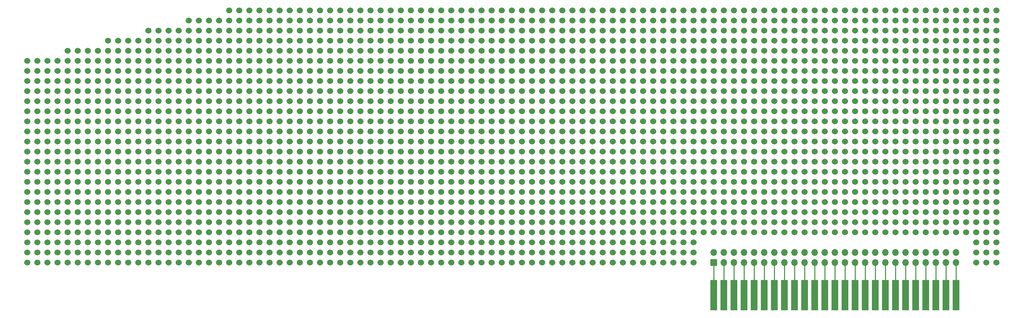
<source format=gtl>
G04 #@! TF.FileFunction,Copper,L1,Top,Signal*
%FSLAX46Y46*%
G04 Gerber Fmt 4.6, Leading zero omitted, Abs format (unit mm)*
G04 Created by KiCad (PCBNEW 4.0.7) date 08/21/19 17:34:07*
%MOMM*%
%LPD*%
G01*
G04 APERTURE LIST*
%ADD10C,0.100000*%
%ADD11C,1.524000*%
%ADD12R,1.778000X7.620000*%
%ADD13R,1.700000X1.700000*%
%ADD14O,1.700000X1.700000*%
%ADD15C,0.250000*%
G04 APERTURE END LIST*
D10*
D11*
X174625000Y-128905000D03*
X174625000Y-126365000D03*
X174625000Y-123825000D03*
X174625000Y-121285000D03*
X174625000Y-118745000D03*
X174625000Y-116205000D03*
X174625000Y-113665000D03*
X174625000Y-111125000D03*
X174625000Y-108585000D03*
X174625000Y-106045000D03*
X174625000Y-103505000D03*
X174625000Y-100965000D03*
X174625000Y-98425000D03*
X174625000Y-95885000D03*
X174625000Y-93345000D03*
X174625000Y-90805000D03*
X174625000Y-88265000D03*
X174625000Y-85725000D03*
X174625000Y-83185000D03*
X174625000Y-80645000D03*
X174625000Y-78105000D03*
X174625000Y-75565000D03*
X174625000Y-73025000D03*
X174625000Y-70485000D03*
X174625000Y-67945000D03*
X174625000Y-65405000D03*
X179705000Y-128905000D03*
X179705000Y-126365000D03*
X179705000Y-123825000D03*
X179705000Y-121285000D03*
X179705000Y-118745000D03*
X179705000Y-116205000D03*
X179705000Y-113665000D03*
X179705000Y-111125000D03*
X179705000Y-108585000D03*
X179705000Y-106045000D03*
X179705000Y-103505000D03*
X179705000Y-100965000D03*
X179705000Y-98425000D03*
X179705000Y-95885000D03*
X179705000Y-93345000D03*
X179705000Y-90805000D03*
X179705000Y-88265000D03*
X179705000Y-85725000D03*
X179705000Y-83185000D03*
X179705000Y-80645000D03*
X179705000Y-78105000D03*
X179705000Y-75565000D03*
X179705000Y-73025000D03*
X179705000Y-70485000D03*
X179705000Y-67945000D03*
X179705000Y-65405000D03*
X182245000Y-128905000D03*
X182245000Y-126365000D03*
X182245000Y-123825000D03*
X182245000Y-121285000D03*
X182245000Y-118745000D03*
X182245000Y-116205000D03*
X182245000Y-113665000D03*
X182245000Y-111125000D03*
X182245000Y-108585000D03*
X182245000Y-106045000D03*
X182245000Y-103505000D03*
X182245000Y-100965000D03*
X182245000Y-98425000D03*
X182245000Y-95885000D03*
X182245000Y-93345000D03*
X182245000Y-90805000D03*
X182245000Y-88265000D03*
X182245000Y-85725000D03*
X182245000Y-83185000D03*
X182245000Y-80645000D03*
X182245000Y-78105000D03*
X182245000Y-75565000D03*
X182245000Y-73025000D03*
X182245000Y-70485000D03*
X182245000Y-67945000D03*
X182245000Y-65405000D03*
X177165000Y-128905000D03*
X177165000Y-126365000D03*
X177165000Y-123825000D03*
X177165000Y-121285000D03*
X177165000Y-118745000D03*
X177165000Y-116205000D03*
X177165000Y-113665000D03*
X177165000Y-111125000D03*
X177165000Y-108585000D03*
X177165000Y-106045000D03*
X177165000Y-103505000D03*
X177165000Y-100965000D03*
X177165000Y-98425000D03*
X177165000Y-95885000D03*
X177165000Y-93345000D03*
X177165000Y-90805000D03*
X177165000Y-88265000D03*
X177165000Y-85725000D03*
X177165000Y-83185000D03*
X177165000Y-80645000D03*
X177165000Y-78105000D03*
X177165000Y-75565000D03*
X177165000Y-73025000D03*
X177165000Y-70485000D03*
X177165000Y-67945000D03*
X177165000Y-65405000D03*
X184785000Y-128905000D03*
X184785000Y-126365000D03*
X184785000Y-123825000D03*
X184785000Y-121285000D03*
X184785000Y-118745000D03*
X184785000Y-116205000D03*
X184785000Y-113665000D03*
X184785000Y-111125000D03*
X184785000Y-108585000D03*
X184785000Y-106045000D03*
X184785000Y-103505000D03*
X184785000Y-100965000D03*
X184785000Y-98425000D03*
X184785000Y-95885000D03*
X184785000Y-93345000D03*
X184785000Y-90805000D03*
X184785000Y-88265000D03*
X184785000Y-85725000D03*
X184785000Y-83185000D03*
X184785000Y-80645000D03*
X184785000Y-78105000D03*
X184785000Y-75565000D03*
X184785000Y-73025000D03*
X184785000Y-70485000D03*
X184785000Y-67945000D03*
X184785000Y-65405000D03*
X187325000Y-128905000D03*
X187325000Y-126365000D03*
X187325000Y-123825000D03*
X187325000Y-121285000D03*
X187325000Y-118745000D03*
X187325000Y-116205000D03*
X187325000Y-113665000D03*
X187325000Y-111125000D03*
X187325000Y-108585000D03*
X187325000Y-106045000D03*
X187325000Y-103505000D03*
X187325000Y-100965000D03*
X187325000Y-98425000D03*
X187325000Y-95885000D03*
X187325000Y-93345000D03*
X187325000Y-90805000D03*
X187325000Y-88265000D03*
X187325000Y-85725000D03*
X187325000Y-83185000D03*
X187325000Y-80645000D03*
X187325000Y-78105000D03*
X187325000Y-75565000D03*
X187325000Y-73025000D03*
X187325000Y-70485000D03*
X187325000Y-67945000D03*
X187325000Y-65405000D03*
X189865000Y-128905000D03*
X189865000Y-126365000D03*
X189865000Y-123825000D03*
X189865000Y-121285000D03*
X189865000Y-118745000D03*
X189865000Y-116205000D03*
X189865000Y-113665000D03*
X189865000Y-111125000D03*
X189865000Y-108585000D03*
X189865000Y-106045000D03*
X189865000Y-103505000D03*
X189865000Y-100965000D03*
X189865000Y-98425000D03*
X189865000Y-95885000D03*
X189865000Y-93345000D03*
X189865000Y-90805000D03*
X189865000Y-88265000D03*
X189865000Y-85725000D03*
X189865000Y-83185000D03*
X189865000Y-80645000D03*
X189865000Y-78105000D03*
X189865000Y-75565000D03*
X189865000Y-73025000D03*
X189865000Y-70485000D03*
X189865000Y-67945000D03*
X189865000Y-65405000D03*
X192405000Y-128905000D03*
X192405000Y-126365000D03*
X192405000Y-123825000D03*
X192405000Y-121285000D03*
X192405000Y-118745000D03*
X192405000Y-116205000D03*
X192405000Y-113665000D03*
X192405000Y-111125000D03*
X192405000Y-108585000D03*
X192405000Y-106045000D03*
X192405000Y-103505000D03*
X192405000Y-100965000D03*
X192405000Y-98425000D03*
X192405000Y-95885000D03*
X192405000Y-93345000D03*
X192405000Y-90805000D03*
X192405000Y-88265000D03*
X192405000Y-85725000D03*
X192405000Y-83185000D03*
X192405000Y-80645000D03*
X192405000Y-78105000D03*
X192405000Y-75565000D03*
X192405000Y-73025000D03*
X192405000Y-70485000D03*
X192405000Y-67945000D03*
X192405000Y-65405000D03*
X194945000Y-121285000D03*
X194945000Y-118745000D03*
X194945000Y-116205000D03*
X194945000Y-113665000D03*
X194945000Y-111125000D03*
X194945000Y-108585000D03*
X194945000Y-106045000D03*
X194945000Y-103505000D03*
X194945000Y-100965000D03*
X194945000Y-98425000D03*
X194945000Y-95885000D03*
X194945000Y-93345000D03*
X194945000Y-90805000D03*
X194945000Y-88265000D03*
X194945000Y-85725000D03*
X194945000Y-83185000D03*
X194945000Y-80645000D03*
X194945000Y-78105000D03*
X194945000Y-75565000D03*
X194945000Y-73025000D03*
X194945000Y-70485000D03*
X194945000Y-67945000D03*
X194945000Y-65405000D03*
X197485000Y-121285000D03*
X197485000Y-118745000D03*
X197485000Y-116205000D03*
X197485000Y-113665000D03*
X197485000Y-111125000D03*
X197485000Y-108585000D03*
X197485000Y-106045000D03*
X197485000Y-103505000D03*
X197485000Y-100965000D03*
X197485000Y-98425000D03*
X197485000Y-95885000D03*
X197485000Y-93345000D03*
X197485000Y-90805000D03*
X197485000Y-88265000D03*
X197485000Y-85725000D03*
X197485000Y-83185000D03*
X197485000Y-80645000D03*
X197485000Y-78105000D03*
X197485000Y-75565000D03*
X197485000Y-73025000D03*
X197485000Y-70485000D03*
X197485000Y-67945000D03*
X197485000Y-65405000D03*
X200025000Y-121285000D03*
X200025000Y-118745000D03*
X200025000Y-116205000D03*
X200025000Y-113665000D03*
X200025000Y-111125000D03*
X200025000Y-108585000D03*
X200025000Y-106045000D03*
X200025000Y-103505000D03*
X200025000Y-100965000D03*
X200025000Y-98425000D03*
X200025000Y-95885000D03*
X200025000Y-93345000D03*
X200025000Y-90805000D03*
X200025000Y-88265000D03*
X200025000Y-85725000D03*
X200025000Y-83185000D03*
X200025000Y-80645000D03*
X200025000Y-78105000D03*
X200025000Y-75565000D03*
X200025000Y-73025000D03*
X200025000Y-70485000D03*
X200025000Y-67945000D03*
X200025000Y-65405000D03*
X202565000Y-121285000D03*
X202565000Y-118745000D03*
X202565000Y-116205000D03*
X202565000Y-113665000D03*
X202565000Y-111125000D03*
X202565000Y-108585000D03*
X202565000Y-106045000D03*
X202565000Y-103505000D03*
X202565000Y-100965000D03*
X202565000Y-98425000D03*
X202565000Y-95885000D03*
X202565000Y-93345000D03*
X202565000Y-90805000D03*
X202565000Y-88265000D03*
X202565000Y-85725000D03*
X202565000Y-83185000D03*
X202565000Y-80645000D03*
X202565000Y-78105000D03*
X202565000Y-75565000D03*
X202565000Y-73025000D03*
X202565000Y-70485000D03*
X202565000Y-67945000D03*
X202565000Y-65405000D03*
X205105000Y-121285000D03*
X205105000Y-118745000D03*
X205105000Y-116205000D03*
X205105000Y-113665000D03*
X205105000Y-111125000D03*
X205105000Y-108585000D03*
X205105000Y-106045000D03*
X205105000Y-103505000D03*
X205105000Y-100965000D03*
X205105000Y-98425000D03*
X205105000Y-95885000D03*
X205105000Y-93345000D03*
X205105000Y-90805000D03*
X205105000Y-88265000D03*
X205105000Y-85725000D03*
X205105000Y-83185000D03*
X205105000Y-80645000D03*
X205105000Y-78105000D03*
X205105000Y-75565000D03*
X205105000Y-73025000D03*
X205105000Y-70485000D03*
X205105000Y-67945000D03*
X205105000Y-65405000D03*
X207645000Y-121285000D03*
X207645000Y-118745000D03*
X207645000Y-116205000D03*
X207645000Y-113665000D03*
X207645000Y-111125000D03*
X207645000Y-108585000D03*
X207645000Y-106045000D03*
X207645000Y-103505000D03*
X207645000Y-100965000D03*
X207645000Y-98425000D03*
X207645000Y-95885000D03*
X207645000Y-93345000D03*
X207645000Y-90805000D03*
X207645000Y-88265000D03*
X207645000Y-85725000D03*
X207645000Y-83185000D03*
X207645000Y-80645000D03*
X207645000Y-78105000D03*
X207645000Y-75565000D03*
X207645000Y-73025000D03*
X207645000Y-70485000D03*
X207645000Y-67945000D03*
X207645000Y-65405000D03*
X210185000Y-121285000D03*
X210185000Y-118745000D03*
X210185000Y-116205000D03*
X210185000Y-113665000D03*
X210185000Y-111125000D03*
X210185000Y-108585000D03*
X210185000Y-106045000D03*
X210185000Y-103505000D03*
X210185000Y-100965000D03*
X210185000Y-98425000D03*
X210185000Y-95885000D03*
X210185000Y-93345000D03*
X210185000Y-90805000D03*
X210185000Y-88265000D03*
X210185000Y-85725000D03*
X210185000Y-83185000D03*
X210185000Y-80645000D03*
X210185000Y-78105000D03*
X210185000Y-75565000D03*
X210185000Y-73025000D03*
X210185000Y-70485000D03*
X210185000Y-67945000D03*
X210185000Y-65405000D03*
X212725000Y-121285000D03*
X212725000Y-118745000D03*
X212725000Y-116205000D03*
X212725000Y-113665000D03*
X212725000Y-111125000D03*
X212725000Y-108585000D03*
X212725000Y-106045000D03*
X212725000Y-103505000D03*
X212725000Y-100965000D03*
X212725000Y-98425000D03*
X212725000Y-95885000D03*
X212725000Y-93345000D03*
X212725000Y-90805000D03*
X212725000Y-88265000D03*
X212725000Y-85725000D03*
X212725000Y-83185000D03*
X212725000Y-80645000D03*
X212725000Y-78105000D03*
X212725000Y-75565000D03*
X212725000Y-73025000D03*
X212725000Y-70485000D03*
X212725000Y-67945000D03*
X212725000Y-65405000D03*
X215265000Y-121285000D03*
X215265000Y-118745000D03*
X215265000Y-116205000D03*
X215265000Y-113665000D03*
X215265000Y-111125000D03*
X215265000Y-108585000D03*
X215265000Y-106045000D03*
X215265000Y-103505000D03*
X215265000Y-100965000D03*
X215265000Y-98425000D03*
X215265000Y-95885000D03*
X215265000Y-93345000D03*
X215265000Y-90805000D03*
X215265000Y-88265000D03*
X215265000Y-85725000D03*
X215265000Y-83185000D03*
X215265000Y-80645000D03*
X215265000Y-78105000D03*
X215265000Y-75565000D03*
X215265000Y-73025000D03*
X215265000Y-70485000D03*
X215265000Y-67945000D03*
X215265000Y-65405000D03*
X217805000Y-121285000D03*
X217805000Y-118745000D03*
X217805000Y-116205000D03*
X217805000Y-113665000D03*
X217805000Y-111125000D03*
X217805000Y-108585000D03*
X217805000Y-106045000D03*
X217805000Y-103505000D03*
X217805000Y-100965000D03*
X217805000Y-98425000D03*
X217805000Y-95885000D03*
X217805000Y-93345000D03*
X217805000Y-90805000D03*
X217805000Y-88265000D03*
X217805000Y-85725000D03*
X217805000Y-83185000D03*
X217805000Y-80645000D03*
X217805000Y-78105000D03*
X217805000Y-75565000D03*
X217805000Y-73025000D03*
X217805000Y-70485000D03*
X217805000Y-67945000D03*
X217805000Y-65405000D03*
X220345000Y-121285000D03*
X220345000Y-118745000D03*
X220345000Y-116205000D03*
X220345000Y-113665000D03*
X220345000Y-111125000D03*
X220345000Y-108585000D03*
X220345000Y-106045000D03*
X220345000Y-103505000D03*
X220345000Y-100965000D03*
X220345000Y-98425000D03*
X220345000Y-95885000D03*
X220345000Y-93345000D03*
X220345000Y-90805000D03*
X220345000Y-88265000D03*
X220345000Y-85725000D03*
X220345000Y-83185000D03*
X220345000Y-80645000D03*
X220345000Y-78105000D03*
X220345000Y-75565000D03*
X220345000Y-73025000D03*
X220345000Y-70485000D03*
X220345000Y-67945000D03*
X220345000Y-65405000D03*
X222885000Y-121285000D03*
X222885000Y-118745000D03*
X222885000Y-116205000D03*
X222885000Y-113665000D03*
X222885000Y-111125000D03*
X222885000Y-108585000D03*
X222885000Y-106045000D03*
X222885000Y-103505000D03*
X222885000Y-100965000D03*
X222885000Y-98425000D03*
X222885000Y-95885000D03*
X222885000Y-93345000D03*
X222885000Y-90805000D03*
X222885000Y-88265000D03*
X222885000Y-85725000D03*
X222885000Y-83185000D03*
X222885000Y-80645000D03*
X222885000Y-78105000D03*
X222885000Y-75565000D03*
X222885000Y-73025000D03*
X222885000Y-70485000D03*
X222885000Y-67945000D03*
X222885000Y-65405000D03*
X225425000Y-121285000D03*
X225425000Y-118745000D03*
X225425000Y-116205000D03*
X225425000Y-113665000D03*
X225425000Y-111125000D03*
X225425000Y-108585000D03*
X225425000Y-106045000D03*
X225425000Y-103505000D03*
X225425000Y-100965000D03*
X225425000Y-98425000D03*
X225425000Y-95885000D03*
X225425000Y-93345000D03*
X225425000Y-90805000D03*
X225425000Y-88265000D03*
X225425000Y-85725000D03*
X225425000Y-83185000D03*
X225425000Y-80645000D03*
X225425000Y-78105000D03*
X225425000Y-75565000D03*
X225425000Y-73025000D03*
X225425000Y-70485000D03*
X225425000Y-67945000D03*
X225425000Y-65405000D03*
X227965000Y-121285000D03*
X227965000Y-118745000D03*
X227965000Y-116205000D03*
X227965000Y-113665000D03*
X227965000Y-111125000D03*
X227965000Y-108585000D03*
X227965000Y-106045000D03*
X227965000Y-103505000D03*
X227965000Y-100965000D03*
X227965000Y-98425000D03*
X227965000Y-95885000D03*
X227965000Y-93345000D03*
X227965000Y-90805000D03*
X227965000Y-88265000D03*
X227965000Y-85725000D03*
X227965000Y-83185000D03*
X227965000Y-80645000D03*
X227965000Y-78105000D03*
X227965000Y-75565000D03*
X227965000Y-73025000D03*
X227965000Y-70485000D03*
X227965000Y-67945000D03*
X227965000Y-65405000D03*
X230505000Y-121285000D03*
X230505000Y-118745000D03*
X230505000Y-116205000D03*
X230505000Y-113665000D03*
X230505000Y-111125000D03*
X230505000Y-108585000D03*
X230505000Y-106045000D03*
X230505000Y-103505000D03*
X230505000Y-100965000D03*
X230505000Y-98425000D03*
X230505000Y-95885000D03*
X230505000Y-93345000D03*
X230505000Y-90805000D03*
X230505000Y-88265000D03*
X230505000Y-85725000D03*
X230505000Y-83185000D03*
X230505000Y-80645000D03*
X230505000Y-78105000D03*
X230505000Y-75565000D03*
X230505000Y-73025000D03*
X230505000Y-70485000D03*
X230505000Y-67945000D03*
X230505000Y-65405000D03*
X233045000Y-121285000D03*
X233045000Y-118745000D03*
X233045000Y-116205000D03*
X233045000Y-113665000D03*
X233045000Y-111125000D03*
X233045000Y-108585000D03*
X233045000Y-106045000D03*
X233045000Y-103505000D03*
X233045000Y-100965000D03*
X233045000Y-98425000D03*
X233045000Y-95885000D03*
X233045000Y-93345000D03*
X233045000Y-90805000D03*
X233045000Y-88265000D03*
X233045000Y-85725000D03*
X233045000Y-83185000D03*
X233045000Y-80645000D03*
X233045000Y-78105000D03*
X233045000Y-75565000D03*
X233045000Y-73025000D03*
X233045000Y-70485000D03*
X233045000Y-67945000D03*
X233045000Y-65405000D03*
X235585000Y-121285000D03*
X235585000Y-118745000D03*
X235585000Y-116205000D03*
X235585000Y-113665000D03*
X235585000Y-111125000D03*
X235585000Y-108585000D03*
X235585000Y-106045000D03*
X235585000Y-103505000D03*
X235585000Y-100965000D03*
X235585000Y-98425000D03*
X235585000Y-95885000D03*
X235585000Y-93345000D03*
X235585000Y-90805000D03*
X235585000Y-88265000D03*
X235585000Y-85725000D03*
X235585000Y-83185000D03*
X235585000Y-80645000D03*
X235585000Y-78105000D03*
X235585000Y-75565000D03*
X235585000Y-73025000D03*
X235585000Y-70485000D03*
X235585000Y-67945000D03*
X235585000Y-65405000D03*
X238125000Y-121285000D03*
X238125000Y-118745000D03*
X238125000Y-116205000D03*
X238125000Y-113665000D03*
X238125000Y-111125000D03*
X238125000Y-108585000D03*
X238125000Y-106045000D03*
X238125000Y-103505000D03*
X238125000Y-100965000D03*
X238125000Y-98425000D03*
X238125000Y-95885000D03*
X238125000Y-93345000D03*
X238125000Y-90805000D03*
X238125000Y-88265000D03*
X238125000Y-85725000D03*
X238125000Y-83185000D03*
X238125000Y-80645000D03*
X238125000Y-78105000D03*
X238125000Y-75565000D03*
X238125000Y-73025000D03*
X238125000Y-70485000D03*
X238125000Y-67945000D03*
X238125000Y-65405000D03*
X240665000Y-121285000D03*
X240665000Y-118745000D03*
X240665000Y-116205000D03*
X240665000Y-113665000D03*
X240665000Y-111125000D03*
X240665000Y-108585000D03*
X240665000Y-106045000D03*
X240665000Y-103505000D03*
X240665000Y-100965000D03*
X240665000Y-98425000D03*
X240665000Y-95885000D03*
X240665000Y-93345000D03*
X240665000Y-90805000D03*
X240665000Y-88265000D03*
X240665000Y-85725000D03*
X240665000Y-83185000D03*
X240665000Y-80645000D03*
X240665000Y-78105000D03*
X240665000Y-75565000D03*
X240665000Y-73025000D03*
X240665000Y-70485000D03*
X240665000Y-67945000D03*
X240665000Y-65405000D03*
X243205000Y-121285000D03*
X243205000Y-118745000D03*
X243205000Y-116205000D03*
X243205000Y-113665000D03*
X243205000Y-111125000D03*
X243205000Y-108585000D03*
X243205000Y-106045000D03*
X243205000Y-103505000D03*
X243205000Y-100965000D03*
X243205000Y-98425000D03*
X243205000Y-95885000D03*
X243205000Y-93345000D03*
X243205000Y-90805000D03*
X243205000Y-88265000D03*
X243205000Y-85725000D03*
X243205000Y-83185000D03*
X243205000Y-80645000D03*
X243205000Y-78105000D03*
X243205000Y-75565000D03*
X243205000Y-73025000D03*
X243205000Y-70485000D03*
X243205000Y-67945000D03*
X243205000Y-65405000D03*
X245745000Y-121285000D03*
X245745000Y-118745000D03*
X245745000Y-116205000D03*
X245745000Y-113665000D03*
X245745000Y-111125000D03*
X245745000Y-108585000D03*
X245745000Y-106045000D03*
X245745000Y-103505000D03*
X245745000Y-100965000D03*
X245745000Y-98425000D03*
X245745000Y-95885000D03*
X245745000Y-93345000D03*
X245745000Y-90805000D03*
X245745000Y-88265000D03*
X245745000Y-85725000D03*
X245745000Y-83185000D03*
X245745000Y-80645000D03*
X245745000Y-78105000D03*
X245745000Y-75565000D03*
X245745000Y-73025000D03*
X245745000Y-70485000D03*
X245745000Y-67945000D03*
X245745000Y-65405000D03*
X248285000Y-121285000D03*
X248285000Y-118745000D03*
X248285000Y-116205000D03*
X248285000Y-113665000D03*
X248285000Y-111125000D03*
X248285000Y-108585000D03*
X248285000Y-106045000D03*
X248285000Y-103505000D03*
X248285000Y-100965000D03*
X248285000Y-98425000D03*
X248285000Y-95885000D03*
X248285000Y-93345000D03*
X248285000Y-90805000D03*
X248285000Y-88265000D03*
X248285000Y-85725000D03*
X248285000Y-83185000D03*
X248285000Y-80645000D03*
X248285000Y-78105000D03*
X248285000Y-75565000D03*
X248285000Y-73025000D03*
X248285000Y-70485000D03*
X248285000Y-67945000D03*
X248285000Y-65405000D03*
X250825000Y-121285000D03*
X250825000Y-118745000D03*
X250825000Y-116205000D03*
X250825000Y-113665000D03*
X250825000Y-111125000D03*
X250825000Y-108585000D03*
X250825000Y-106045000D03*
X250825000Y-103505000D03*
X250825000Y-100965000D03*
X250825000Y-98425000D03*
X250825000Y-95885000D03*
X250825000Y-93345000D03*
X250825000Y-90805000D03*
X250825000Y-88265000D03*
X250825000Y-85725000D03*
X250825000Y-83185000D03*
X250825000Y-80645000D03*
X250825000Y-78105000D03*
X250825000Y-75565000D03*
X250825000Y-73025000D03*
X250825000Y-70485000D03*
X250825000Y-67945000D03*
X250825000Y-65405000D03*
X253365000Y-121285000D03*
X253365000Y-118745000D03*
X253365000Y-116205000D03*
X253365000Y-113665000D03*
X253365000Y-111125000D03*
X253365000Y-108585000D03*
X253365000Y-106045000D03*
X253365000Y-103505000D03*
X253365000Y-100965000D03*
X253365000Y-98425000D03*
X253365000Y-95885000D03*
X253365000Y-93345000D03*
X253365000Y-90805000D03*
X253365000Y-88265000D03*
X253365000Y-85725000D03*
X253365000Y-83185000D03*
X253365000Y-80645000D03*
X253365000Y-78105000D03*
X253365000Y-75565000D03*
X253365000Y-73025000D03*
X253365000Y-70485000D03*
X253365000Y-67945000D03*
X253365000Y-65405000D03*
X255905000Y-121285000D03*
X255905000Y-118745000D03*
X255905000Y-116205000D03*
X255905000Y-113665000D03*
X255905000Y-111125000D03*
X255905000Y-108585000D03*
X255905000Y-106045000D03*
X255905000Y-103505000D03*
X255905000Y-100965000D03*
X255905000Y-98425000D03*
X255905000Y-95885000D03*
X255905000Y-93345000D03*
X255905000Y-90805000D03*
X255905000Y-88265000D03*
X255905000Y-85725000D03*
X255905000Y-83185000D03*
X255905000Y-80645000D03*
X255905000Y-78105000D03*
X255905000Y-75565000D03*
X255905000Y-73025000D03*
X255905000Y-70485000D03*
X255905000Y-67945000D03*
X255905000Y-65405000D03*
X258445000Y-121285000D03*
X258445000Y-118745000D03*
X258445000Y-116205000D03*
X258445000Y-113665000D03*
X258445000Y-111125000D03*
X258445000Y-108585000D03*
X258445000Y-106045000D03*
X258445000Y-103505000D03*
X258445000Y-100965000D03*
X258445000Y-98425000D03*
X258445000Y-95885000D03*
X258445000Y-93345000D03*
X258445000Y-90805000D03*
X258445000Y-88265000D03*
X258445000Y-85725000D03*
X258445000Y-83185000D03*
X258445000Y-80645000D03*
X258445000Y-78105000D03*
X258445000Y-75565000D03*
X258445000Y-73025000D03*
X258445000Y-70485000D03*
X258445000Y-67945000D03*
X258445000Y-65405000D03*
X260985000Y-121285000D03*
X260985000Y-118745000D03*
X260985000Y-116205000D03*
X260985000Y-113665000D03*
X260985000Y-111125000D03*
X260985000Y-108585000D03*
X260985000Y-106045000D03*
X260985000Y-103505000D03*
X260985000Y-100965000D03*
X260985000Y-98425000D03*
X260985000Y-95885000D03*
X260985000Y-93345000D03*
X260985000Y-90805000D03*
X260985000Y-88265000D03*
X260985000Y-85725000D03*
X260985000Y-83185000D03*
X260985000Y-80645000D03*
X260985000Y-78105000D03*
X260985000Y-75565000D03*
X260985000Y-73025000D03*
X260985000Y-70485000D03*
X260985000Y-67945000D03*
X260985000Y-65405000D03*
X263525000Y-128905000D03*
X263525000Y-126365000D03*
X263525000Y-123825000D03*
X263525000Y-121285000D03*
X263525000Y-118745000D03*
X263525000Y-116205000D03*
X263525000Y-113665000D03*
X263525000Y-111125000D03*
X263525000Y-108585000D03*
X263525000Y-106045000D03*
X263525000Y-103505000D03*
X263525000Y-100965000D03*
X263525000Y-98425000D03*
X263525000Y-95885000D03*
X263525000Y-93345000D03*
X263525000Y-90805000D03*
X263525000Y-88265000D03*
X263525000Y-85725000D03*
X263525000Y-83185000D03*
X263525000Y-80645000D03*
X263525000Y-78105000D03*
X263525000Y-75565000D03*
X263525000Y-73025000D03*
X263525000Y-70485000D03*
X263525000Y-67945000D03*
X263525000Y-65405000D03*
X266065000Y-128905000D03*
X266065000Y-126365000D03*
X266065000Y-123825000D03*
X266065000Y-121285000D03*
X266065000Y-118745000D03*
X266065000Y-116205000D03*
X266065000Y-113665000D03*
X266065000Y-111125000D03*
X266065000Y-108585000D03*
X266065000Y-106045000D03*
X266065000Y-103505000D03*
X266065000Y-100965000D03*
X266065000Y-98425000D03*
X266065000Y-95885000D03*
X266065000Y-93345000D03*
X266065000Y-90805000D03*
X266065000Y-88265000D03*
X266065000Y-85725000D03*
X266065000Y-83185000D03*
X266065000Y-80645000D03*
X266065000Y-78105000D03*
X266065000Y-75565000D03*
X266065000Y-73025000D03*
X266065000Y-70485000D03*
X266065000Y-67945000D03*
X266065000Y-65405000D03*
X268605000Y-128905000D03*
X268605000Y-126365000D03*
X268605000Y-123825000D03*
X268605000Y-121285000D03*
X268605000Y-118745000D03*
X268605000Y-116205000D03*
X268605000Y-113665000D03*
X268605000Y-111125000D03*
X268605000Y-108585000D03*
X268605000Y-106045000D03*
X268605000Y-103505000D03*
X268605000Y-100965000D03*
X268605000Y-98425000D03*
X268605000Y-95885000D03*
X268605000Y-93345000D03*
X268605000Y-90805000D03*
X268605000Y-88265000D03*
X268605000Y-85725000D03*
X268605000Y-83185000D03*
X268605000Y-80645000D03*
X268605000Y-78105000D03*
X268605000Y-75565000D03*
X268605000Y-73025000D03*
X268605000Y-70485000D03*
X268605000Y-67945000D03*
X268605000Y-65405000D03*
D12*
X197485000Y-137160000D03*
X200025000Y-137160000D03*
X202565000Y-137160000D03*
X205105000Y-137160000D03*
X207645000Y-137160000D03*
X210185000Y-137160000D03*
X212725000Y-137160000D03*
X215265000Y-137160000D03*
X217805000Y-137160000D03*
X220345000Y-137160000D03*
X222885000Y-137160000D03*
X225425000Y-137160000D03*
X227965000Y-137160000D03*
X230505000Y-137160000D03*
X233045000Y-137160000D03*
X235585000Y-137160000D03*
X238125000Y-137160000D03*
X240665000Y-137160000D03*
X243205000Y-137160000D03*
X245745000Y-137160000D03*
X248285000Y-137160000D03*
X250825000Y-137160000D03*
X253365000Y-137160000D03*
X255905000Y-137160000D03*
X258445000Y-137160000D03*
D11*
X172085000Y-128905000D03*
X172085000Y-126365000D03*
X172085000Y-123825000D03*
X172085000Y-121285000D03*
X172085000Y-118745000D03*
X172085000Y-116205000D03*
X172085000Y-113665000D03*
X172085000Y-111125000D03*
X172085000Y-108585000D03*
X172085000Y-106045000D03*
X172085000Y-103505000D03*
X172085000Y-100965000D03*
X172085000Y-98425000D03*
X172085000Y-95885000D03*
X172085000Y-93345000D03*
X172085000Y-90805000D03*
X172085000Y-88265000D03*
X172085000Y-85725000D03*
X172085000Y-83185000D03*
X172085000Y-80645000D03*
X172085000Y-78105000D03*
X172085000Y-75565000D03*
X172085000Y-73025000D03*
X172085000Y-70485000D03*
X172085000Y-67945000D03*
X172085000Y-65405000D03*
X169545000Y-128905000D03*
X169545000Y-126365000D03*
X169545000Y-123825000D03*
X169545000Y-121285000D03*
X169545000Y-118745000D03*
X169545000Y-116205000D03*
X169545000Y-113665000D03*
X169545000Y-111125000D03*
X169545000Y-108585000D03*
X169545000Y-106045000D03*
X169545000Y-103505000D03*
X169545000Y-100965000D03*
X169545000Y-98425000D03*
X169545000Y-95885000D03*
X169545000Y-93345000D03*
X169545000Y-90805000D03*
X169545000Y-88265000D03*
X169545000Y-85725000D03*
X169545000Y-83185000D03*
X169545000Y-80645000D03*
X169545000Y-78105000D03*
X169545000Y-75565000D03*
X169545000Y-73025000D03*
X169545000Y-70485000D03*
X169545000Y-67945000D03*
X169545000Y-65405000D03*
X167005000Y-128905000D03*
X167005000Y-126365000D03*
X167005000Y-123825000D03*
X167005000Y-121285000D03*
X167005000Y-118745000D03*
X167005000Y-116205000D03*
X167005000Y-113665000D03*
X167005000Y-111125000D03*
X167005000Y-108585000D03*
X167005000Y-106045000D03*
X167005000Y-103505000D03*
X167005000Y-100965000D03*
X167005000Y-98425000D03*
X167005000Y-95885000D03*
X167005000Y-93345000D03*
X167005000Y-90805000D03*
X167005000Y-88265000D03*
X167005000Y-85725000D03*
X167005000Y-83185000D03*
X167005000Y-80645000D03*
X167005000Y-78105000D03*
X167005000Y-75565000D03*
X167005000Y-73025000D03*
X167005000Y-70485000D03*
X167005000Y-67945000D03*
X167005000Y-65405000D03*
X164465000Y-128905000D03*
X164465000Y-126365000D03*
X164465000Y-123825000D03*
X164465000Y-121285000D03*
X164465000Y-118745000D03*
X164465000Y-116205000D03*
X164465000Y-113665000D03*
X164465000Y-111125000D03*
X164465000Y-108585000D03*
X164465000Y-106045000D03*
X164465000Y-103505000D03*
X164465000Y-100965000D03*
X164465000Y-98425000D03*
X164465000Y-95885000D03*
X164465000Y-93345000D03*
X164465000Y-90805000D03*
X164465000Y-88265000D03*
X164465000Y-85725000D03*
X164465000Y-83185000D03*
X164465000Y-80645000D03*
X164465000Y-78105000D03*
X164465000Y-75565000D03*
X164465000Y-73025000D03*
X164465000Y-70485000D03*
X164465000Y-67945000D03*
X164465000Y-65405000D03*
X161925000Y-128905000D03*
X161925000Y-126365000D03*
X161925000Y-123825000D03*
X161925000Y-121285000D03*
X161925000Y-118745000D03*
X161925000Y-116205000D03*
X161925000Y-113665000D03*
X161925000Y-111125000D03*
X161925000Y-108585000D03*
X161925000Y-106045000D03*
X161925000Y-103505000D03*
X161925000Y-100965000D03*
X161925000Y-98425000D03*
X161925000Y-95885000D03*
X161925000Y-93345000D03*
X161925000Y-90805000D03*
X161925000Y-88265000D03*
X161925000Y-85725000D03*
X161925000Y-83185000D03*
X161925000Y-80645000D03*
X161925000Y-78105000D03*
X161925000Y-75565000D03*
X161925000Y-73025000D03*
X161925000Y-70485000D03*
X161925000Y-67945000D03*
X161925000Y-65405000D03*
X159385000Y-128905000D03*
X159385000Y-126365000D03*
X159385000Y-123825000D03*
X159385000Y-121285000D03*
X159385000Y-118745000D03*
X159385000Y-116205000D03*
X159385000Y-113665000D03*
X159385000Y-111125000D03*
X159385000Y-108585000D03*
X159385000Y-106045000D03*
X159385000Y-103505000D03*
X159385000Y-100965000D03*
X159385000Y-98425000D03*
X159385000Y-95885000D03*
X159385000Y-93345000D03*
X159385000Y-90805000D03*
X159385000Y-88265000D03*
X159385000Y-85725000D03*
X159385000Y-83185000D03*
X159385000Y-80645000D03*
X159385000Y-78105000D03*
X159385000Y-75565000D03*
X159385000Y-73025000D03*
X159385000Y-70485000D03*
X159385000Y-67945000D03*
X159385000Y-65405000D03*
X156845000Y-128905000D03*
X156845000Y-126365000D03*
X156845000Y-123825000D03*
X156845000Y-121285000D03*
X156845000Y-118745000D03*
X156845000Y-116205000D03*
X156845000Y-113665000D03*
X156845000Y-111125000D03*
X156845000Y-108585000D03*
X156845000Y-106045000D03*
X156845000Y-103505000D03*
X156845000Y-100965000D03*
X156845000Y-98425000D03*
X156845000Y-95885000D03*
X156845000Y-93345000D03*
X156845000Y-90805000D03*
X156845000Y-88265000D03*
X156845000Y-85725000D03*
X156845000Y-83185000D03*
X156845000Y-80645000D03*
X156845000Y-78105000D03*
X156845000Y-75565000D03*
X156845000Y-73025000D03*
X156845000Y-70485000D03*
X156845000Y-67945000D03*
X156845000Y-65405000D03*
X154305000Y-128905000D03*
X154305000Y-126365000D03*
X154305000Y-123825000D03*
X154305000Y-121285000D03*
X154305000Y-118745000D03*
X154305000Y-116205000D03*
X154305000Y-113665000D03*
X154305000Y-111125000D03*
X154305000Y-108585000D03*
X154305000Y-106045000D03*
X154305000Y-103505000D03*
X154305000Y-100965000D03*
X154305000Y-98425000D03*
X154305000Y-95885000D03*
X154305000Y-93345000D03*
X154305000Y-90805000D03*
X154305000Y-88265000D03*
X154305000Y-85725000D03*
X154305000Y-83185000D03*
X154305000Y-80645000D03*
X154305000Y-78105000D03*
X154305000Y-75565000D03*
X154305000Y-73025000D03*
X154305000Y-70485000D03*
X154305000Y-67945000D03*
X154305000Y-65405000D03*
X151765000Y-128905000D03*
X151765000Y-126365000D03*
X151765000Y-123825000D03*
X151765000Y-121285000D03*
X151765000Y-118745000D03*
X151765000Y-116205000D03*
X151765000Y-113665000D03*
X151765000Y-111125000D03*
X151765000Y-108585000D03*
X151765000Y-106045000D03*
X151765000Y-103505000D03*
X151765000Y-100965000D03*
X151765000Y-98425000D03*
X151765000Y-95885000D03*
X151765000Y-93345000D03*
X151765000Y-90805000D03*
X151765000Y-88265000D03*
X151765000Y-85725000D03*
X151765000Y-83185000D03*
X151765000Y-80645000D03*
X151765000Y-78105000D03*
X151765000Y-75565000D03*
X151765000Y-73025000D03*
X151765000Y-70485000D03*
X151765000Y-67945000D03*
X151765000Y-65405000D03*
X149225000Y-128905000D03*
X149225000Y-126365000D03*
X149225000Y-123825000D03*
X149225000Y-121285000D03*
X149225000Y-118745000D03*
X149225000Y-116205000D03*
X149225000Y-113665000D03*
X149225000Y-111125000D03*
X149225000Y-108585000D03*
X149225000Y-106045000D03*
X149225000Y-103505000D03*
X149225000Y-100965000D03*
X149225000Y-98425000D03*
X149225000Y-95885000D03*
X149225000Y-93345000D03*
X149225000Y-90805000D03*
X149225000Y-88265000D03*
X149225000Y-85725000D03*
X149225000Y-83185000D03*
X149225000Y-80645000D03*
X149225000Y-78105000D03*
X149225000Y-75565000D03*
X149225000Y-73025000D03*
X149225000Y-70485000D03*
X149225000Y-67945000D03*
X149225000Y-65405000D03*
X146685000Y-128905000D03*
X146685000Y-126365000D03*
X146685000Y-123825000D03*
X146685000Y-121285000D03*
X146685000Y-118745000D03*
X146685000Y-116205000D03*
X146685000Y-113665000D03*
X146685000Y-111125000D03*
X146685000Y-108585000D03*
X146685000Y-106045000D03*
X146685000Y-103505000D03*
X146685000Y-100965000D03*
X146685000Y-98425000D03*
X146685000Y-95885000D03*
X146685000Y-93345000D03*
X146685000Y-90805000D03*
X146685000Y-88265000D03*
X146685000Y-85725000D03*
X146685000Y-83185000D03*
X146685000Y-80645000D03*
X146685000Y-78105000D03*
X146685000Y-75565000D03*
X146685000Y-73025000D03*
X146685000Y-70485000D03*
X146685000Y-67945000D03*
X146685000Y-65405000D03*
X144145000Y-128905000D03*
X144145000Y-126365000D03*
X144145000Y-123825000D03*
X144145000Y-121285000D03*
X144145000Y-118745000D03*
X144145000Y-116205000D03*
X144145000Y-113665000D03*
X144145000Y-111125000D03*
X144145000Y-108585000D03*
X144145000Y-106045000D03*
X144145000Y-103505000D03*
X144145000Y-100965000D03*
X144145000Y-98425000D03*
X144145000Y-95885000D03*
X144145000Y-93345000D03*
X144145000Y-90805000D03*
X144145000Y-88265000D03*
X144145000Y-85725000D03*
X144145000Y-83185000D03*
X144145000Y-80645000D03*
X144145000Y-78105000D03*
X144145000Y-75565000D03*
X144145000Y-73025000D03*
X144145000Y-70485000D03*
X144145000Y-67945000D03*
X144145000Y-65405000D03*
X141605000Y-128905000D03*
X141605000Y-126365000D03*
X141605000Y-123825000D03*
X141605000Y-121285000D03*
X141605000Y-118745000D03*
X141605000Y-116205000D03*
X141605000Y-113665000D03*
X141605000Y-111125000D03*
X141605000Y-108585000D03*
X141605000Y-106045000D03*
X141605000Y-103505000D03*
X141605000Y-100965000D03*
X141605000Y-98425000D03*
X141605000Y-95885000D03*
X141605000Y-93345000D03*
X141605000Y-90805000D03*
X141605000Y-88265000D03*
X141605000Y-85725000D03*
X141605000Y-83185000D03*
X141605000Y-80645000D03*
X141605000Y-78105000D03*
X141605000Y-75565000D03*
X141605000Y-73025000D03*
X141605000Y-70485000D03*
X141605000Y-67945000D03*
X141605000Y-65405000D03*
X139065000Y-128905000D03*
X139065000Y-126365000D03*
X139065000Y-123825000D03*
X139065000Y-121285000D03*
X139065000Y-118745000D03*
X139065000Y-116205000D03*
X139065000Y-113665000D03*
X139065000Y-111125000D03*
X139065000Y-108585000D03*
X139065000Y-106045000D03*
X139065000Y-103505000D03*
X139065000Y-100965000D03*
X139065000Y-98425000D03*
X139065000Y-95885000D03*
X139065000Y-93345000D03*
X139065000Y-90805000D03*
X139065000Y-88265000D03*
X139065000Y-85725000D03*
X139065000Y-83185000D03*
X139065000Y-80645000D03*
X139065000Y-78105000D03*
X139065000Y-75565000D03*
X139065000Y-73025000D03*
X139065000Y-70485000D03*
X139065000Y-67945000D03*
X139065000Y-65405000D03*
X136525000Y-128905000D03*
X136525000Y-126365000D03*
X136525000Y-123825000D03*
X136525000Y-121285000D03*
X136525000Y-118745000D03*
X136525000Y-116205000D03*
X136525000Y-113665000D03*
X136525000Y-111125000D03*
X136525000Y-108585000D03*
X136525000Y-106045000D03*
X136525000Y-103505000D03*
X136525000Y-100965000D03*
X136525000Y-98425000D03*
X136525000Y-95885000D03*
X136525000Y-93345000D03*
X136525000Y-90805000D03*
X136525000Y-88265000D03*
X136525000Y-85725000D03*
X136525000Y-83185000D03*
X136525000Y-80645000D03*
X136525000Y-78105000D03*
X136525000Y-75565000D03*
X136525000Y-73025000D03*
X136525000Y-70485000D03*
X136525000Y-67945000D03*
X136525000Y-65405000D03*
X133985000Y-128905000D03*
X133985000Y-126365000D03*
X133985000Y-123825000D03*
X133985000Y-121285000D03*
X133985000Y-118745000D03*
X133985000Y-116205000D03*
X133985000Y-113665000D03*
X133985000Y-111125000D03*
X133985000Y-108585000D03*
X133985000Y-106045000D03*
X133985000Y-103505000D03*
X133985000Y-100965000D03*
X133985000Y-98425000D03*
X133985000Y-95885000D03*
X133985000Y-93345000D03*
X133985000Y-90805000D03*
X133985000Y-88265000D03*
X133985000Y-85725000D03*
X133985000Y-83185000D03*
X133985000Y-80645000D03*
X133985000Y-78105000D03*
X133985000Y-75565000D03*
X133985000Y-73025000D03*
X133985000Y-70485000D03*
X133985000Y-67945000D03*
X133985000Y-65405000D03*
X131445000Y-128905000D03*
X131445000Y-126365000D03*
X131445000Y-123825000D03*
X131445000Y-121285000D03*
X131445000Y-118745000D03*
X131445000Y-116205000D03*
X131445000Y-113665000D03*
X131445000Y-111125000D03*
X131445000Y-108585000D03*
X131445000Y-106045000D03*
X131445000Y-103505000D03*
X131445000Y-100965000D03*
X131445000Y-98425000D03*
X131445000Y-95885000D03*
X131445000Y-93345000D03*
X131445000Y-90805000D03*
X131445000Y-88265000D03*
X131445000Y-85725000D03*
X131445000Y-83185000D03*
X131445000Y-80645000D03*
X131445000Y-78105000D03*
X131445000Y-75565000D03*
X131445000Y-73025000D03*
X131445000Y-70485000D03*
X131445000Y-67945000D03*
X131445000Y-65405000D03*
X128905000Y-128905000D03*
X128905000Y-126365000D03*
X128905000Y-123825000D03*
X128905000Y-121285000D03*
X128905000Y-118745000D03*
X128905000Y-116205000D03*
X128905000Y-113665000D03*
X128905000Y-111125000D03*
X128905000Y-108585000D03*
X128905000Y-106045000D03*
X128905000Y-103505000D03*
X128905000Y-100965000D03*
X128905000Y-98425000D03*
X128905000Y-95885000D03*
X128905000Y-93345000D03*
X128905000Y-90805000D03*
X128905000Y-88265000D03*
X128905000Y-85725000D03*
X128905000Y-83185000D03*
X128905000Y-80645000D03*
X128905000Y-78105000D03*
X128905000Y-75565000D03*
X128905000Y-73025000D03*
X128905000Y-70485000D03*
X128905000Y-67945000D03*
X128905000Y-65405000D03*
X126365000Y-128905000D03*
X126365000Y-126365000D03*
X126365000Y-123825000D03*
X126365000Y-121285000D03*
X126365000Y-118745000D03*
X126365000Y-116205000D03*
X126365000Y-113665000D03*
X126365000Y-111125000D03*
X126365000Y-108585000D03*
X126365000Y-106045000D03*
X126365000Y-103505000D03*
X126365000Y-100965000D03*
X126365000Y-98425000D03*
X126365000Y-95885000D03*
X126365000Y-93345000D03*
X126365000Y-90805000D03*
X126365000Y-88265000D03*
X126365000Y-85725000D03*
X126365000Y-83185000D03*
X126365000Y-80645000D03*
X126365000Y-78105000D03*
X126365000Y-75565000D03*
X126365000Y-73025000D03*
X126365000Y-70485000D03*
X126365000Y-67945000D03*
X126365000Y-65405000D03*
X123825000Y-128905000D03*
X123825000Y-126365000D03*
X123825000Y-123825000D03*
X123825000Y-121285000D03*
X123825000Y-118745000D03*
X123825000Y-116205000D03*
X123825000Y-113665000D03*
X123825000Y-111125000D03*
X123825000Y-108585000D03*
X123825000Y-106045000D03*
X123825000Y-103505000D03*
X123825000Y-100965000D03*
X123825000Y-98425000D03*
X123825000Y-95885000D03*
X123825000Y-93345000D03*
X123825000Y-90805000D03*
X123825000Y-88265000D03*
X123825000Y-85725000D03*
X123825000Y-83185000D03*
X123825000Y-80645000D03*
X123825000Y-78105000D03*
X123825000Y-75565000D03*
X123825000Y-73025000D03*
X123825000Y-70485000D03*
X123825000Y-67945000D03*
X123825000Y-65405000D03*
X121285000Y-128905000D03*
X121285000Y-126365000D03*
X121285000Y-123825000D03*
X121285000Y-121285000D03*
X121285000Y-118745000D03*
X121285000Y-116205000D03*
X121285000Y-113665000D03*
X121285000Y-111125000D03*
X121285000Y-108585000D03*
X121285000Y-106045000D03*
X121285000Y-103505000D03*
X121285000Y-100965000D03*
X121285000Y-98425000D03*
X121285000Y-95885000D03*
X121285000Y-93345000D03*
X121285000Y-90805000D03*
X121285000Y-88265000D03*
X121285000Y-85725000D03*
X121285000Y-83185000D03*
X121285000Y-80645000D03*
X121285000Y-78105000D03*
X121285000Y-75565000D03*
X121285000Y-73025000D03*
X121285000Y-70485000D03*
X121285000Y-67945000D03*
X121285000Y-65405000D03*
X118745000Y-128905000D03*
X118745000Y-126365000D03*
X118745000Y-123825000D03*
X118745000Y-121285000D03*
X118745000Y-118745000D03*
X118745000Y-116205000D03*
X118745000Y-113665000D03*
X118745000Y-111125000D03*
X118745000Y-108585000D03*
X118745000Y-106045000D03*
X118745000Y-103505000D03*
X118745000Y-100965000D03*
X118745000Y-98425000D03*
X118745000Y-95885000D03*
X118745000Y-93345000D03*
X118745000Y-90805000D03*
X118745000Y-88265000D03*
X118745000Y-85725000D03*
X118745000Y-83185000D03*
X118745000Y-80645000D03*
X118745000Y-78105000D03*
X118745000Y-75565000D03*
X118745000Y-73025000D03*
X118745000Y-70485000D03*
X118745000Y-67945000D03*
X118745000Y-65405000D03*
X103505000Y-128905000D03*
X103505000Y-126365000D03*
X103505000Y-123825000D03*
X103505000Y-121285000D03*
X103505000Y-118745000D03*
X103505000Y-116205000D03*
X103505000Y-113665000D03*
X103505000Y-111125000D03*
X103505000Y-108585000D03*
X103505000Y-106045000D03*
X103505000Y-103505000D03*
X103505000Y-100965000D03*
X103505000Y-98425000D03*
X103505000Y-95885000D03*
X103505000Y-93345000D03*
X103505000Y-90805000D03*
X103505000Y-88265000D03*
X103505000Y-85725000D03*
X103505000Y-83185000D03*
X103505000Y-80645000D03*
X103505000Y-78105000D03*
X103505000Y-75565000D03*
X103505000Y-73025000D03*
X103505000Y-70485000D03*
X103505000Y-67945000D03*
X103505000Y-65405000D03*
X100965000Y-128905000D03*
X100965000Y-126365000D03*
X100965000Y-123825000D03*
X100965000Y-121285000D03*
X100965000Y-118745000D03*
X100965000Y-116205000D03*
X100965000Y-113665000D03*
X100965000Y-111125000D03*
X100965000Y-108585000D03*
X100965000Y-106045000D03*
X100965000Y-103505000D03*
X100965000Y-100965000D03*
X100965000Y-98425000D03*
X100965000Y-95885000D03*
X100965000Y-93345000D03*
X100965000Y-90805000D03*
X100965000Y-88265000D03*
X100965000Y-85725000D03*
X100965000Y-83185000D03*
X100965000Y-80645000D03*
X100965000Y-78105000D03*
X100965000Y-75565000D03*
X100965000Y-73025000D03*
X100965000Y-70485000D03*
X100965000Y-67945000D03*
X100965000Y-65405000D03*
X98425000Y-128905000D03*
X98425000Y-126365000D03*
X98425000Y-123825000D03*
X98425000Y-121285000D03*
X98425000Y-118745000D03*
X98425000Y-116205000D03*
X98425000Y-113665000D03*
X98425000Y-111125000D03*
X98425000Y-108585000D03*
X98425000Y-106045000D03*
X98425000Y-103505000D03*
X98425000Y-100965000D03*
X98425000Y-98425000D03*
X98425000Y-95885000D03*
X98425000Y-93345000D03*
X98425000Y-90805000D03*
X98425000Y-88265000D03*
X98425000Y-85725000D03*
X98425000Y-83185000D03*
X98425000Y-80645000D03*
X98425000Y-78105000D03*
X98425000Y-75565000D03*
X98425000Y-73025000D03*
X98425000Y-70485000D03*
X98425000Y-67945000D03*
X98425000Y-65405000D03*
X95885000Y-128905000D03*
X95885000Y-126365000D03*
X95885000Y-123825000D03*
X95885000Y-121285000D03*
X95885000Y-118745000D03*
X95885000Y-116205000D03*
X95885000Y-113665000D03*
X95885000Y-111125000D03*
X95885000Y-108585000D03*
X95885000Y-106045000D03*
X95885000Y-103505000D03*
X95885000Y-100965000D03*
X95885000Y-98425000D03*
X95885000Y-95885000D03*
X95885000Y-93345000D03*
X95885000Y-90805000D03*
X95885000Y-88265000D03*
X95885000Y-85725000D03*
X95885000Y-83185000D03*
X95885000Y-80645000D03*
X95885000Y-78105000D03*
X95885000Y-75565000D03*
X95885000Y-73025000D03*
X95885000Y-70485000D03*
X95885000Y-67945000D03*
X95885000Y-65405000D03*
X93345000Y-128905000D03*
X93345000Y-126365000D03*
X93345000Y-123825000D03*
X93345000Y-121285000D03*
X93345000Y-118745000D03*
X93345000Y-116205000D03*
X93345000Y-113665000D03*
X93345000Y-111125000D03*
X93345000Y-108585000D03*
X93345000Y-106045000D03*
X93345000Y-103505000D03*
X93345000Y-100965000D03*
X93345000Y-98425000D03*
X93345000Y-95885000D03*
X93345000Y-93345000D03*
X93345000Y-90805000D03*
X93345000Y-88265000D03*
X93345000Y-85725000D03*
X93345000Y-83185000D03*
X93345000Y-80645000D03*
X93345000Y-78105000D03*
X93345000Y-75565000D03*
X93345000Y-73025000D03*
X93345000Y-70485000D03*
X93345000Y-67945000D03*
X93345000Y-65405000D03*
X90805000Y-128905000D03*
X90805000Y-126365000D03*
X90805000Y-123825000D03*
X90805000Y-121285000D03*
X90805000Y-118745000D03*
X90805000Y-116205000D03*
X90805000Y-113665000D03*
X90805000Y-111125000D03*
X90805000Y-108585000D03*
X90805000Y-106045000D03*
X90805000Y-103505000D03*
X90805000Y-100965000D03*
X90805000Y-98425000D03*
X90805000Y-95885000D03*
X90805000Y-93345000D03*
X90805000Y-90805000D03*
X90805000Y-88265000D03*
X90805000Y-85725000D03*
X90805000Y-83185000D03*
X90805000Y-80645000D03*
X90805000Y-78105000D03*
X90805000Y-75565000D03*
X90805000Y-73025000D03*
X90805000Y-70485000D03*
X90805000Y-67945000D03*
X90805000Y-65405000D03*
X88265000Y-128905000D03*
X88265000Y-126365000D03*
X88265000Y-123825000D03*
X88265000Y-121285000D03*
X88265000Y-118745000D03*
X88265000Y-116205000D03*
X88265000Y-113665000D03*
X88265000Y-111125000D03*
X88265000Y-108585000D03*
X88265000Y-106045000D03*
X88265000Y-103505000D03*
X88265000Y-100965000D03*
X88265000Y-98425000D03*
X88265000Y-95885000D03*
X88265000Y-93345000D03*
X88265000Y-90805000D03*
X88265000Y-88265000D03*
X88265000Y-85725000D03*
X88265000Y-83185000D03*
X88265000Y-80645000D03*
X88265000Y-78105000D03*
X88265000Y-75565000D03*
X88265000Y-73025000D03*
X88265000Y-70485000D03*
X88265000Y-67945000D03*
X88265000Y-65405000D03*
X85725000Y-128905000D03*
X85725000Y-126365000D03*
X85725000Y-123825000D03*
X85725000Y-121285000D03*
X85725000Y-118745000D03*
X85725000Y-116205000D03*
X85725000Y-113665000D03*
X85725000Y-111125000D03*
X85725000Y-108585000D03*
X85725000Y-106045000D03*
X85725000Y-103505000D03*
X85725000Y-100965000D03*
X85725000Y-98425000D03*
X85725000Y-95885000D03*
X85725000Y-93345000D03*
X85725000Y-90805000D03*
X85725000Y-88265000D03*
X85725000Y-85725000D03*
X85725000Y-83185000D03*
X85725000Y-80645000D03*
X85725000Y-78105000D03*
X85725000Y-75565000D03*
X85725000Y-73025000D03*
X85725000Y-70485000D03*
X85725000Y-67945000D03*
X85725000Y-65405000D03*
X83185000Y-128905000D03*
X83185000Y-126365000D03*
X83185000Y-123825000D03*
X83185000Y-121285000D03*
X83185000Y-118745000D03*
X83185000Y-116205000D03*
X83185000Y-113665000D03*
X83185000Y-111125000D03*
X83185000Y-108585000D03*
X83185000Y-106045000D03*
X83185000Y-103505000D03*
X83185000Y-100965000D03*
X83185000Y-98425000D03*
X83185000Y-95885000D03*
X83185000Y-93345000D03*
X83185000Y-90805000D03*
X83185000Y-88265000D03*
X83185000Y-85725000D03*
X83185000Y-83185000D03*
X83185000Y-80645000D03*
X83185000Y-78105000D03*
X83185000Y-75565000D03*
X83185000Y-73025000D03*
X83185000Y-70485000D03*
X83185000Y-67945000D03*
X83185000Y-65405000D03*
X80645000Y-128905000D03*
X80645000Y-126365000D03*
X80645000Y-123825000D03*
X80645000Y-121285000D03*
X80645000Y-118745000D03*
X80645000Y-116205000D03*
X80645000Y-113665000D03*
X80645000Y-111125000D03*
X80645000Y-108585000D03*
X80645000Y-106045000D03*
X80645000Y-103505000D03*
X80645000Y-100965000D03*
X80645000Y-98425000D03*
X80645000Y-95885000D03*
X80645000Y-93345000D03*
X80645000Y-90805000D03*
X80645000Y-88265000D03*
X80645000Y-85725000D03*
X80645000Y-83185000D03*
X80645000Y-80645000D03*
X80645000Y-78105000D03*
X80645000Y-75565000D03*
X80645000Y-73025000D03*
X80645000Y-70485000D03*
X80645000Y-67945000D03*
X80645000Y-65405000D03*
X78105000Y-128905000D03*
X78105000Y-126365000D03*
X78105000Y-123825000D03*
X78105000Y-121285000D03*
X78105000Y-118745000D03*
X78105000Y-116205000D03*
X78105000Y-113665000D03*
X78105000Y-111125000D03*
X78105000Y-108585000D03*
X78105000Y-106045000D03*
X78105000Y-103505000D03*
X78105000Y-100965000D03*
X78105000Y-98425000D03*
X78105000Y-95885000D03*
X78105000Y-93345000D03*
X78105000Y-90805000D03*
X78105000Y-88265000D03*
X78105000Y-85725000D03*
X78105000Y-83185000D03*
X78105000Y-80645000D03*
X78105000Y-78105000D03*
X78105000Y-75565000D03*
X78105000Y-73025000D03*
X78105000Y-70485000D03*
X78105000Y-67945000D03*
X78105000Y-65405000D03*
X75565000Y-128905000D03*
X75565000Y-126365000D03*
X75565000Y-123825000D03*
X75565000Y-121285000D03*
X75565000Y-118745000D03*
X75565000Y-116205000D03*
X75565000Y-113665000D03*
X75565000Y-111125000D03*
X75565000Y-108585000D03*
X75565000Y-106045000D03*
X75565000Y-103505000D03*
X75565000Y-100965000D03*
X75565000Y-98425000D03*
X75565000Y-95885000D03*
X75565000Y-93345000D03*
X75565000Y-90805000D03*
X75565000Y-88265000D03*
X75565000Y-85725000D03*
X75565000Y-83185000D03*
X75565000Y-80645000D03*
X75565000Y-78105000D03*
X75565000Y-75565000D03*
X75565000Y-73025000D03*
X75565000Y-70485000D03*
X75565000Y-67945000D03*
X75565000Y-65405000D03*
X116205000Y-128905000D03*
X116205000Y-126365000D03*
X116205000Y-123825000D03*
X116205000Y-121285000D03*
X116205000Y-118745000D03*
X116205000Y-116205000D03*
X116205000Y-113665000D03*
X116205000Y-111125000D03*
X116205000Y-108585000D03*
X116205000Y-106045000D03*
X116205000Y-103505000D03*
X116205000Y-100965000D03*
X116205000Y-98425000D03*
X116205000Y-95885000D03*
X116205000Y-93345000D03*
X116205000Y-90805000D03*
X116205000Y-88265000D03*
X116205000Y-85725000D03*
X116205000Y-83185000D03*
X116205000Y-80645000D03*
X116205000Y-78105000D03*
X116205000Y-75565000D03*
X116205000Y-73025000D03*
X116205000Y-70485000D03*
X116205000Y-67945000D03*
X116205000Y-65405000D03*
X113665000Y-128905000D03*
X113665000Y-126365000D03*
X113665000Y-123825000D03*
X113665000Y-121285000D03*
X113665000Y-118745000D03*
X113665000Y-116205000D03*
X113665000Y-113665000D03*
X113665000Y-111125000D03*
X113665000Y-108585000D03*
X113665000Y-106045000D03*
X113665000Y-103505000D03*
X113665000Y-100965000D03*
X113665000Y-98425000D03*
X113665000Y-95885000D03*
X113665000Y-93345000D03*
X113665000Y-90805000D03*
X113665000Y-88265000D03*
X113665000Y-85725000D03*
X113665000Y-83185000D03*
X113665000Y-80645000D03*
X113665000Y-78105000D03*
X113665000Y-75565000D03*
X113665000Y-73025000D03*
X113665000Y-70485000D03*
X113665000Y-67945000D03*
X113665000Y-65405000D03*
X111125000Y-128905000D03*
X111125000Y-126365000D03*
X111125000Y-123825000D03*
X111125000Y-121285000D03*
X111125000Y-118745000D03*
X111125000Y-116205000D03*
X111125000Y-113665000D03*
X111125000Y-111125000D03*
X111125000Y-108585000D03*
X111125000Y-106045000D03*
X111125000Y-103505000D03*
X111125000Y-100965000D03*
X111125000Y-98425000D03*
X111125000Y-95885000D03*
X111125000Y-93345000D03*
X111125000Y-90805000D03*
X111125000Y-88265000D03*
X111125000Y-85725000D03*
X111125000Y-83185000D03*
X111125000Y-80645000D03*
X111125000Y-78105000D03*
X111125000Y-75565000D03*
X111125000Y-73025000D03*
X111125000Y-70485000D03*
X111125000Y-67945000D03*
X111125000Y-65405000D03*
X108585000Y-128905000D03*
X108585000Y-126365000D03*
X108585000Y-123825000D03*
X108585000Y-121285000D03*
X108585000Y-118745000D03*
X108585000Y-116205000D03*
X108585000Y-113665000D03*
X108585000Y-111125000D03*
X108585000Y-108585000D03*
X108585000Y-106045000D03*
X108585000Y-103505000D03*
X108585000Y-100965000D03*
X108585000Y-98425000D03*
X108585000Y-95885000D03*
X108585000Y-93345000D03*
X108585000Y-90805000D03*
X108585000Y-88265000D03*
X108585000Y-85725000D03*
X108585000Y-83185000D03*
X108585000Y-80645000D03*
X108585000Y-78105000D03*
X108585000Y-75565000D03*
X108585000Y-73025000D03*
X108585000Y-70485000D03*
X108585000Y-67945000D03*
X108585000Y-65405000D03*
X106045000Y-128905000D03*
X106045000Y-126365000D03*
X106045000Y-123825000D03*
X106045000Y-121285000D03*
X106045000Y-118745000D03*
X106045000Y-116205000D03*
X106045000Y-113665000D03*
X106045000Y-111125000D03*
X106045000Y-108585000D03*
X106045000Y-106045000D03*
X106045000Y-103505000D03*
X106045000Y-100965000D03*
X106045000Y-98425000D03*
X106045000Y-95885000D03*
X106045000Y-93345000D03*
X106045000Y-90805000D03*
X106045000Y-88265000D03*
X106045000Y-85725000D03*
X106045000Y-83185000D03*
X106045000Y-80645000D03*
X106045000Y-78105000D03*
X106045000Y-75565000D03*
X106045000Y-73025000D03*
X106045000Y-70485000D03*
X106045000Y-67945000D03*
X106045000Y-65405000D03*
X62865000Y-128905000D03*
X62865000Y-126365000D03*
X62865000Y-123825000D03*
X62865000Y-121285000D03*
X62865000Y-118745000D03*
X62865000Y-116205000D03*
X62865000Y-113665000D03*
X62865000Y-111125000D03*
X62865000Y-108585000D03*
X62865000Y-106045000D03*
X62865000Y-103505000D03*
X62865000Y-100965000D03*
X62865000Y-98425000D03*
X62865000Y-95885000D03*
X62865000Y-93345000D03*
X62865000Y-90805000D03*
X62865000Y-88265000D03*
X62865000Y-85725000D03*
X62865000Y-83185000D03*
X62865000Y-80645000D03*
X62865000Y-78105000D03*
X62865000Y-75565000D03*
X62865000Y-73025000D03*
X62865000Y-70485000D03*
X60325000Y-128905000D03*
X60325000Y-126365000D03*
X60325000Y-123825000D03*
X60325000Y-121285000D03*
X60325000Y-118745000D03*
X60325000Y-116205000D03*
X60325000Y-113665000D03*
X60325000Y-111125000D03*
X60325000Y-108585000D03*
X60325000Y-106045000D03*
X60325000Y-103505000D03*
X60325000Y-100965000D03*
X60325000Y-98425000D03*
X60325000Y-95885000D03*
X60325000Y-93345000D03*
X60325000Y-90805000D03*
X60325000Y-88265000D03*
X60325000Y-85725000D03*
X60325000Y-83185000D03*
X60325000Y-80645000D03*
X60325000Y-78105000D03*
X60325000Y-75565000D03*
X60325000Y-73025000D03*
X60325000Y-70485000D03*
X73025000Y-128905000D03*
X73025000Y-126365000D03*
X73025000Y-123825000D03*
X73025000Y-121285000D03*
X73025000Y-118745000D03*
X73025000Y-116205000D03*
X73025000Y-113665000D03*
X73025000Y-111125000D03*
X73025000Y-108585000D03*
X73025000Y-106045000D03*
X73025000Y-103505000D03*
X73025000Y-100965000D03*
X73025000Y-98425000D03*
X73025000Y-95885000D03*
X73025000Y-93345000D03*
X73025000Y-90805000D03*
X73025000Y-88265000D03*
X73025000Y-85725000D03*
X73025000Y-83185000D03*
X73025000Y-80645000D03*
X73025000Y-78105000D03*
X73025000Y-75565000D03*
X73025000Y-73025000D03*
X73025000Y-70485000D03*
X73025000Y-67945000D03*
X70485000Y-128905000D03*
X70485000Y-126365000D03*
X70485000Y-123825000D03*
X70485000Y-121285000D03*
X70485000Y-118745000D03*
X70485000Y-116205000D03*
X70485000Y-113665000D03*
X70485000Y-111125000D03*
X70485000Y-108585000D03*
X70485000Y-106045000D03*
X70485000Y-103505000D03*
X70485000Y-100965000D03*
X70485000Y-98425000D03*
X70485000Y-95885000D03*
X70485000Y-93345000D03*
X70485000Y-90805000D03*
X70485000Y-88265000D03*
X70485000Y-85725000D03*
X70485000Y-83185000D03*
X70485000Y-80645000D03*
X70485000Y-78105000D03*
X70485000Y-75565000D03*
X70485000Y-73025000D03*
X70485000Y-70485000D03*
X70485000Y-67945000D03*
X67945000Y-128905000D03*
X67945000Y-126365000D03*
X67945000Y-123825000D03*
X67945000Y-121285000D03*
X67945000Y-118745000D03*
X67945000Y-116205000D03*
X67945000Y-113665000D03*
X67945000Y-111125000D03*
X67945000Y-108585000D03*
X67945000Y-106045000D03*
X67945000Y-103505000D03*
X67945000Y-100965000D03*
X67945000Y-98425000D03*
X67945000Y-95885000D03*
X67945000Y-93345000D03*
X67945000Y-90805000D03*
X67945000Y-88265000D03*
X67945000Y-85725000D03*
X67945000Y-83185000D03*
X67945000Y-80645000D03*
X67945000Y-78105000D03*
X67945000Y-75565000D03*
X67945000Y-73025000D03*
X67945000Y-70485000D03*
X67945000Y-67945000D03*
X57785000Y-128905000D03*
X57785000Y-126365000D03*
X57785000Y-123825000D03*
X57785000Y-121285000D03*
X57785000Y-118745000D03*
X57785000Y-116205000D03*
X57785000Y-113665000D03*
X57785000Y-111125000D03*
X57785000Y-108585000D03*
X57785000Y-106045000D03*
X57785000Y-103505000D03*
X57785000Y-100965000D03*
X57785000Y-98425000D03*
X57785000Y-95885000D03*
X57785000Y-93345000D03*
X57785000Y-90805000D03*
X57785000Y-88265000D03*
X57785000Y-85725000D03*
X57785000Y-83185000D03*
X57785000Y-80645000D03*
X57785000Y-78105000D03*
X57785000Y-75565000D03*
X57785000Y-73025000D03*
X57785000Y-70485000D03*
X65405000Y-128905000D03*
X65405000Y-126365000D03*
X65405000Y-123825000D03*
X65405000Y-121285000D03*
X65405000Y-118745000D03*
X65405000Y-116205000D03*
X65405000Y-113665000D03*
X65405000Y-111125000D03*
X65405000Y-108585000D03*
X65405000Y-106045000D03*
X65405000Y-103505000D03*
X65405000Y-100965000D03*
X65405000Y-98425000D03*
X65405000Y-95885000D03*
X65405000Y-93345000D03*
X65405000Y-90805000D03*
X65405000Y-88265000D03*
X65405000Y-85725000D03*
X65405000Y-83185000D03*
X65405000Y-80645000D03*
X65405000Y-78105000D03*
X65405000Y-75565000D03*
X65405000Y-73025000D03*
X65405000Y-70485000D03*
X65405000Y-67945000D03*
X55245000Y-128905000D03*
X55245000Y-126365000D03*
X55245000Y-123825000D03*
X55245000Y-121285000D03*
X55245000Y-118745000D03*
X55245000Y-116205000D03*
X55245000Y-113665000D03*
X55245000Y-111125000D03*
X55245000Y-108585000D03*
X55245000Y-106045000D03*
X55245000Y-103505000D03*
X55245000Y-100965000D03*
X55245000Y-98425000D03*
X55245000Y-95885000D03*
X55245000Y-93345000D03*
X55245000Y-90805000D03*
X55245000Y-88265000D03*
X55245000Y-85725000D03*
X55245000Y-83185000D03*
X55245000Y-80645000D03*
X55245000Y-78105000D03*
X55245000Y-75565000D03*
X55245000Y-73025000D03*
X55245000Y-70485000D03*
X52705000Y-128905000D03*
X52705000Y-126365000D03*
X52705000Y-123825000D03*
X52705000Y-121285000D03*
X52705000Y-118745000D03*
X52705000Y-116205000D03*
X52705000Y-113665000D03*
X52705000Y-111125000D03*
X52705000Y-108585000D03*
X52705000Y-106045000D03*
X52705000Y-103505000D03*
X52705000Y-100965000D03*
X52705000Y-98425000D03*
X52705000Y-95885000D03*
X52705000Y-93345000D03*
X52705000Y-90805000D03*
X52705000Y-88265000D03*
X52705000Y-85725000D03*
X52705000Y-83185000D03*
X52705000Y-80645000D03*
X52705000Y-78105000D03*
X52705000Y-75565000D03*
X52705000Y-73025000D03*
X50165000Y-128905000D03*
X50165000Y-126365000D03*
X50165000Y-123825000D03*
X50165000Y-121285000D03*
X50165000Y-118745000D03*
X50165000Y-116205000D03*
X50165000Y-113665000D03*
X50165000Y-111125000D03*
X50165000Y-108585000D03*
X50165000Y-106045000D03*
X50165000Y-103505000D03*
X50165000Y-100965000D03*
X50165000Y-98425000D03*
X50165000Y-95885000D03*
X50165000Y-93345000D03*
X50165000Y-90805000D03*
X50165000Y-88265000D03*
X50165000Y-85725000D03*
X50165000Y-83185000D03*
X50165000Y-80645000D03*
X50165000Y-78105000D03*
X50165000Y-75565000D03*
X50165000Y-73025000D03*
X47625000Y-128905000D03*
X47625000Y-126365000D03*
X47625000Y-123825000D03*
X47625000Y-121285000D03*
X47625000Y-118745000D03*
X47625000Y-116205000D03*
X47625000Y-113665000D03*
X47625000Y-111125000D03*
X47625000Y-108585000D03*
X47625000Y-106045000D03*
X47625000Y-103505000D03*
X47625000Y-100965000D03*
X47625000Y-98425000D03*
X47625000Y-95885000D03*
X47625000Y-93345000D03*
X47625000Y-90805000D03*
X47625000Y-88265000D03*
X47625000Y-85725000D03*
X47625000Y-83185000D03*
X47625000Y-80645000D03*
X47625000Y-78105000D03*
X47625000Y-75565000D03*
X47625000Y-73025000D03*
X45085000Y-128905000D03*
X45085000Y-126365000D03*
X45085000Y-123825000D03*
X45085000Y-121285000D03*
X45085000Y-118745000D03*
X45085000Y-116205000D03*
X45085000Y-113665000D03*
X45085000Y-111125000D03*
X45085000Y-108585000D03*
X45085000Y-106045000D03*
X45085000Y-103505000D03*
X45085000Y-100965000D03*
X45085000Y-98425000D03*
X45085000Y-95885000D03*
X45085000Y-93345000D03*
X45085000Y-90805000D03*
X45085000Y-88265000D03*
X45085000Y-85725000D03*
X45085000Y-83185000D03*
X45085000Y-80645000D03*
X45085000Y-78105000D03*
X45085000Y-75565000D03*
X45085000Y-73025000D03*
X42545000Y-128905000D03*
X42545000Y-126365000D03*
X42545000Y-123825000D03*
X42545000Y-121285000D03*
X42545000Y-118745000D03*
X42545000Y-116205000D03*
X42545000Y-113665000D03*
X42545000Y-111125000D03*
X42545000Y-108585000D03*
X42545000Y-106045000D03*
X42545000Y-103505000D03*
X42545000Y-100965000D03*
X42545000Y-98425000D03*
X42545000Y-95885000D03*
X42545000Y-93345000D03*
X42545000Y-90805000D03*
X42545000Y-88265000D03*
X42545000Y-85725000D03*
X42545000Y-83185000D03*
X42545000Y-80645000D03*
X42545000Y-78105000D03*
X42545000Y-75565000D03*
X40005000Y-128905000D03*
X40005000Y-126365000D03*
X40005000Y-123825000D03*
X40005000Y-121285000D03*
X40005000Y-118745000D03*
X40005000Y-116205000D03*
X40005000Y-113665000D03*
X40005000Y-111125000D03*
X40005000Y-108585000D03*
X40005000Y-106045000D03*
X40005000Y-103505000D03*
X40005000Y-100965000D03*
X40005000Y-98425000D03*
X40005000Y-95885000D03*
X40005000Y-93345000D03*
X40005000Y-90805000D03*
X40005000Y-88265000D03*
X40005000Y-85725000D03*
X40005000Y-83185000D03*
X40005000Y-80645000D03*
X40005000Y-78105000D03*
X40005000Y-75565000D03*
X37465000Y-128905000D03*
X37465000Y-126365000D03*
X37465000Y-123825000D03*
X37465000Y-121285000D03*
X37465000Y-118745000D03*
X37465000Y-116205000D03*
X37465000Y-113665000D03*
X37465000Y-111125000D03*
X37465000Y-108585000D03*
X37465000Y-106045000D03*
X37465000Y-103505000D03*
X37465000Y-100965000D03*
X37465000Y-98425000D03*
X37465000Y-95885000D03*
X37465000Y-93345000D03*
X37465000Y-90805000D03*
X37465000Y-88265000D03*
X37465000Y-85725000D03*
X37465000Y-83185000D03*
X37465000Y-80645000D03*
X37465000Y-78105000D03*
X37465000Y-75565000D03*
X34925000Y-128905000D03*
X34925000Y-126365000D03*
X34925000Y-123825000D03*
X34925000Y-121285000D03*
X34925000Y-118745000D03*
X34925000Y-116205000D03*
X34925000Y-113665000D03*
X34925000Y-111125000D03*
X34925000Y-108585000D03*
X34925000Y-106045000D03*
X34925000Y-103505000D03*
X34925000Y-100965000D03*
X34925000Y-98425000D03*
X34925000Y-95885000D03*
X34925000Y-93345000D03*
X34925000Y-90805000D03*
X34925000Y-88265000D03*
X34925000Y-85725000D03*
X34925000Y-83185000D03*
X34925000Y-80645000D03*
X34925000Y-78105000D03*
X34925000Y-75565000D03*
X32385000Y-128905000D03*
X32385000Y-126365000D03*
X32385000Y-123825000D03*
X32385000Y-121285000D03*
X32385000Y-118745000D03*
X32385000Y-116205000D03*
X32385000Y-113665000D03*
X32385000Y-111125000D03*
X32385000Y-108585000D03*
X32385000Y-106045000D03*
X32385000Y-103505000D03*
X32385000Y-100965000D03*
X32385000Y-98425000D03*
X32385000Y-95885000D03*
X32385000Y-93345000D03*
X32385000Y-90805000D03*
X32385000Y-88265000D03*
X32385000Y-85725000D03*
X32385000Y-83185000D03*
X32385000Y-80645000D03*
X32385000Y-78105000D03*
X29845000Y-128905000D03*
X29845000Y-126365000D03*
X29845000Y-123825000D03*
X29845000Y-121285000D03*
X29845000Y-118745000D03*
X29845000Y-116205000D03*
X29845000Y-113665000D03*
X29845000Y-111125000D03*
X29845000Y-108585000D03*
X29845000Y-106045000D03*
X29845000Y-103505000D03*
X29845000Y-100965000D03*
X29845000Y-98425000D03*
X29845000Y-95885000D03*
X29845000Y-93345000D03*
X29845000Y-90805000D03*
X29845000Y-88265000D03*
X29845000Y-85725000D03*
X29845000Y-83185000D03*
X29845000Y-80645000D03*
X29845000Y-78105000D03*
X27305000Y-128905000D03*
X27305000Y-126365000D03*
X27305000Y-123825000D03*
X27305000Y-121285000D03*
X27305000Y-118745000D03*
X27305000Y-116205000D03*
X27305000Y-113665000D03*
X27305000Y-111125000D03*
X27305000Y-108585000D03*
X27305000Y-106045000D03*
X27305000Y-103505000D03*
X27305000Y-100965000D03*
X27305000Y-98425000D03*
X27305000Y-95885000D03*
X27305000Y-93345000D03*
X27305000Y-90805000D03*
X27305000Y-88265000D03*
X27305000Y-85725000D03*
X27305000Y-83185000D03*
X27305000Y-80645000D03*
X27305000Y-78105000D03*
X24765000Y-128905000D03*
X24765000Y-126365000D03*
X24765000Y-123825000D03*
X24765000Y-121285000D03*
X24765000Y-118745000D03*
X24765000Y-116205000D03*
X24765000Y-113665000D03*
X24765000Y-111125000D03*
X24765000Y-108585000D03*
X24765000Y-106045000D03*
X24765000Y-103505000D03*
X24765000Y-100965000D03*
X24765000Y-98425000D03*
X24765000Y-95885000D03*
X24765000Y-93345000D03*
X24765000Y-90805000D03*
X24765000Y-88265000D03*
X24765000Y-85725000D03*
X24765000Y-83185000D03*
X24765000Y-80645000D03*
X24765000Y-78105000D03*
D13*
X197485000Y-128905000D03*
D14*
X200025000Y-128905000D03*
X202565000Y-128905000D03*
X205105000Y-128905000D03*
X207645000Y-128905000D03*
X210185000Y-128905000D03*
X212725000Y-128905000D03*
X215265000Y-128905000D03*
X217805000Y-128905000D03*
X220345000Y-128905000D03*
X222885000Y-128905000D03*
X225425000Y-128905000D03*
X227965000Y-128905000D03*
X230505000Y-128905000D03*
X233045000Y-128905000D03*
X235585000Y-128905000D03*
X238125000Y-128905000D03*
X240665000Y-128905000D03*
X243205000Y-128905000D03*
X245745000Y-128905000D03*
X248285000Y-128905000D03*
X250825000Y-128905000D03*
X253365000Y-128905000D03*
X255905000Y-128905000D03*
X258445000Y-128905000D03*
X258445000Y-126365000D03*
X255905000Y-126365000D03*
X253365000Y-126365000D03*
X250825000Y-126365000D03*
X248285000Y-126365000D03*
X245745000Y-126365000D03*
X243205000Y-126365000D03*
X240665000Y-126365000D03*
X238125000Y-126365000D03*
X235585000Y-126365000D03*
X233045000Y-126365000D03*
X230505000Y-126365000D03*
X227965000Y-126365000D03*
X225425000Y-126365000D03*
X222885000Y-126365000D03*
X220345000Y-126365000D03*
X217805000Y-126365000D03*
X215265000Y-126365000D03*
X212725000Y-126365000D03*
X210185000Y-126365000D03*
X207645000Y-126365000D03*
X205105000Y-126365000D03*
X202565000Y-126365000D03*
X200025000Y-126365000D03*
X197485000Y-126365000D03*
D15*
X197485000Y-128905000D02*
X197485000Y-137160000D01*
X200025000Y-128905000D02*
X200025000Y-137160000D01*
X202565000Y-128905000D02*
X202565000Y-137160000D01*
X205105000Y-128905000D02*
X205105000Y-137160000D01*
X207645000Y-128905000D02*
X207645000Y-137160000D01*
X210185000Y-128905000D02*
X210185000Y-137160000D01*
X212725000Y-128905000D02*
X212725000Y-137160000D01*
X215265000Y-128905000D02*
X215265000Y-137160000D01*
X217805000Y-128905000D02*
X217805000Y-137160000D01*
X220345000Y-128905000D02*
X220345000Y-137160000D01*
X222885000Y-128905000D02*
X222885000Y-137160000D01*
X225425000Y-128905000D02*
X225425000Y-137160000D01*
X227965000Y-128905000D02*
X227965000Y-137160000D01*
X230505000Y-128905000D02*
X230505000Y-137160000D01*
X233045000Y-128905000D02*
X233045000Y-137160000D01*
X235585000Y-128905000D02*
X235585000Y-137160000D01*
X238125000Y-128905000D02*
X238125000Y-137160000D01*
X240665000Y-128905000D02*
X240665000Y-137160000D01*
X245745000Y-128905000D02*
X245745000Y-137160000D01*
X248285000Y-128905000D02*
X248285000Y-137160000D01*
X250825000Y-128905000D02*
X250825000Y-137160000D01*
X253365000Y-128905000D02*
X253365000Y-137160000D01*
X255905000Y-128905000D02*
X255905000Y-137160000D01*
X258445000Y-128905000D02*
X258445000Y-137160000D01*
X243205000Y-128905000D02*
X243205000Y-137160000D01*
M02*

</source>
